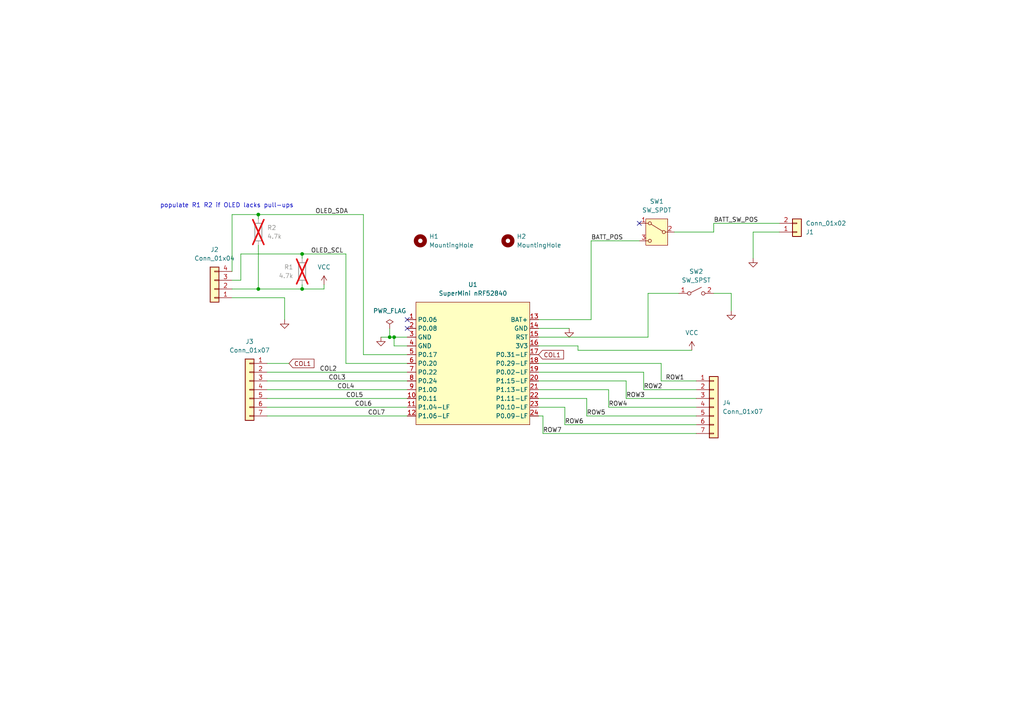
<source format=kicad_sch>
(kicad_sch (version 20231120) (generator "eeschema") (generator_version "8.0")
  (paper "A4")
  (title_block (title "Left Dactyl Manuform Wireless Supermini nRF52840 Hub") (date "2025-03-04") (rev "A") (comment 1 "Connection point for the keyboard components") (comment 2 "Mounts to case of left half of wireless dactyl manuform keyboard"))
  (lib_symbols
    (symbol "Connector_Generic:Conn_01x02" (pin_names (offset 1.016) hide)
      (property "Reference" "J1" (at 2.54 0.0001 0))
      (property "Value" "Conn_01x02" (at 2.54 -2.5399 0))
      (symbol "Conn_01x02_1_1"
        (rectangle (start -1.27 -2.413) (end 0 -2.667) (stroke (width 0.1524)))
        (rectangle (start -1.27 0.127) (end 0 -0.127) (stroke (width 0.1524)))
        (rectangle (start -1.27 1.27) (end 1.27 -3.81) (stroke (width 0.254)) (fill (type background)))
        (pin power_in line (at -5.08 0 0) (length 3.81) (name "Pin_1") (number "1"))
        (pin power_out line (at -5.08 -2.54 0) (length 3.81) (name "Pin_2") (number "2"))
      )
    )
    (symbol "Connector_Generic:Conn_01x04" (pin_names (offset 1.016) hide)
      (property "Reference" "J" (at 0 5.08 0))
      (property "Value" "Conn_01x04" (at 0 -7.62 0))
      (symbol "Conn_01x04_1_1"
        (rectangle (start -1.27 -4.953) (end 0 -5.207) (stroke (width 0.1524)))
        (rectangle (start -1.27 -2.413) (end 0 -2.667) (stroke (width 0.1524)))
        (rectangle (start -1.27 0.127) (end 0 -0.127) (stroke (width 0.1524)))
        (rectangle (start -1.27 2.667) (end 0 2.413) (stroke (width 0.1524)))
        (rectangle (start -1.27 3.81) (end 1.27 -6.35) (stroke (width 0.254)) (fill (type background)))
        (pin passive line (at -5.08 2.54 0) (length 3.81) (name "Pin_1") (number "1"))
        (pin passive line (at -5.08 0 0) (length 3.81) (name "Pin_2") (number "2"))
        (pin passive line (at -5.08 -2.54 0) (length 3.81) (name "Pin_3") (number "3"))
        (pin passive line (at -5.08 -5.08 0) (length 3.81) (name "Pin_4") (number "4"))
      )
    )
    (symbol "Connector_Generic:Conn_01x07" (pin_names (offset 1.016) hide)
      (property "Reference" "J" (at 0 10.16 0))
      (property "Value" "Conn_01x07" (at 0 -10.16 0))
      (symbol "Conn_01x07_1_1"
        (rectangle (start -1.27 -7.493) (end 0 -7.747) (stroke (width 0.1524)))
        (rectangle (start -1.27 -4.953) (end 0 -5.207) (stroke (width 0.1524)))
        (rectangle (start -1.27 -2.413) (end 0 -2.667) (stroke (width 0.1524)))
        (rectangle (start -1.27 0.127) (end 0 -0.127) (stroke (width 0.1524)))
        (rectangle (start -1.27 2.667) (end 0 2.413) (stroke (width 0.1524)))
        (rectangle (start -1.27 5.207) (end 0 4.953) (stroke (width 0.1524)))
        (rectangle (start -1.27 7.747) (end 0 7.493) (stroke (width 0.1524)))
        (rectangle (start -1.27 8.89) (end 1.27 -8.89) (stroke (width 0.254)) (fill (type background)))
        (pin passive line (at -5.08 7.62 0) (length 3.81) (name "Pin_1") (number "1"))
        (pin passive line (at -5.08 5.08 0) (length 3.81) (name "Pin_2") (number "2"))
        (pin passive line (at -5.08 2.54 0) (length 3.81) (name "Pin_3") (number "3"))
        (pin passive line (at -5.08 0 0) (length 3.81) (name "Pin_4") (number "4"))
        (pin passive line (at -5.08 -2.54 0) (length 3.81) (name "Pin_5") (number "5"))
        (pin passive line (at -5.08 -5.08 0) (length 3.81) (name "Pin_6") (number "6"))
        (pin passive line (at -5.08 -7.62 0) (length 3.81) (name "Pin_7") (number "7"))
      )
    )
    (symbol "Dactyl_SuperMini_Lib:SuperMini_nRF52840_ProMicro" (in_bom no)
      (property "Reference" "U1" (at 0 24.13 0))
      (property "Value" "SuperMini nRF52840" (at 0 21.59 0))
      (symbol "SuperMini_nRF52840_ProMicro_0_0"
        (pin bidirectional line (at -19.05 13.97 0) (length 2.54) (name "P0.06") (number "1"))
        (pin bidirectional line (at -19.05 -8.89 0) (length 2.54) (name "P0.11") (number "10"))
        (pin bidirectional line (at -19.05 -11.43 0) (length 2.54) (name "P1.04-LF") (number "11"))
        (pin bidirectional line (at -19.05 -13.97 0) (length 2.54) (name "P1.06-LF") (number "12"))
        (pin power_in line (at 19.05 11.43 180) (length 2.54) (name "GND") (number "14"))
        (pin bidirectional line (at 19.05 8.89 180) (length 2.54) (name "RST") (number "15"))
        (pin bidirectional line (at 19.05 3.81 180) (length 2.54) (name "P0.31-LF") (number "17"))
        (pin bidirectional line (at 19.05 1.27 180) (length 2.54) (name "P0.29-LF") (number "18"))
        (pin bidirectional line (at 19.05 -1.27 180) (length 2.54) (name "P0.02-LF") (number "19"))
        (pin bidirectional line (at -19.05 11.43 0) (length 2.54) (name "P0.08") (number "2"))
        (pin bidirectional line (at 19.05 -3.81 180) (length 2.54) (name "P1.15-LF") (number "20"))
        (pin bidirectional line (at 19.05 -6.35 180) (length 2.54) (name "P1.13-LF") (number "21"))
        (pin bidirectional line (at 19.05 -8.89 180) (length 2.54) (name "P1.11-LF") (number "22"))
        (pin bidirectional line (at 19.05 -13.97 180) (length 2.54) (name "P0.09-LF") (number "24"))
        (pin power_in line (at -19.05 8.89 0) (length 2.54) (name "GND") (number "3"))
        (pin power_in line (at -19.05 6.35 0) (length 2.54) (name "GND") (number "4"))
        (pin bidirectional line (at -19.05 3.81 0) (length 2.54) (name "P0.17") (number "5"))
        (pin bidirectional line (at -19.05 1.27 0) (length 2.54) (name "P0.20") (number "6"))
        (pin bidirectional line (at -19.05 -1.27 0) (length 2.54) (name "P0.22") (number "7"))
        (pin bidirectional line (at -19.05 -3.81 0) (length 2.54) (name "P0.24") (number "8"))
        (pin bidirectional line (at -19.05 -6.35 0) (length 2.54) (name "P1.00") (number "9"))
      )
      (symbol "SuperMini_nRF52840_ProMicro_1_0"
        (pin power_out line (at 19.05 13.97 180) (length 2.54) (name "BAT+") (number "13"))
        (pin power_out line (at 19.05 6.35 180) (length 2.54) (name "3V3") (number "16"))
        (pin bidirectional line (at 19.05 -11.43 180) (length 2.54) (name "P0.10-LF") (number "23"))
      )
      (symbol "SuperMini_nRF52840_ProMicro_1_1"
        (rectangle (start -16.51 19.05) (end 16.51 -16.51) (fill (type background)))
      )
    )
    (symbol "Mechanical:MountingHole" (pin_names (offset 1.016))
      (property "Reference" "H" (at 0 5.08 0))
      (property "Value" "MountingHole" (at 0 3.175 0))
      (symbol "MountingHole_0_1"
        (circle (center 0 0) (radius 1.27) (stroke (width 1.27)))
      )
    )
    (symbol "ScottoKeebs:Placeholder_Resistor" (pin_numbers hide) (pin_names (offset 0))
      (property "Reference" "R" (at 0 2.032 0))
      (property "Value" "Resistor" (at 0 -2.54 0))
      (symbol "Placeholder_Resistor_0_1"
        (rectangle (start 2.54 -1.016) (end -2.54 1.016) (stroke (width 0.254)))
      )
      (symbol "Placeholder_Resistor_1_1"
        (pin passive line (at -3.81 0 0) (length 1.27) (name "~") (number "1"))
        (pin passive line (at 3.81 0 180) (length 1.27) (name "~") (number "2"))
      )
    )
    (symbol "Switch:SW_SPDT" (pin_names (offset 0) hide)
      (property "Reference" "SW1" (at 0 8.89 0))
      (property "Value" "SW_SPDT" (at 0 6.35 0))
      (symbol "SW_SPDT_0_1"
        (circle (center -2.032 0) (radius 0.4572))
        (polyline (pts (xy -1.651 0.254) (xy 1.651 2.286)))
        (circle (center 2.032 -2.54) (radius 0.4572))
        (circle (center 2.032 2.54) (radius 0.4572))
      )
      (symbol "SW_SPDT_1_1"
        (rectangle (start -3.175 3.81) (end 3.175 -3.81) (fill (type background)))
        (pin power_out line (at 5.08 2.54 180) (length 2.54) (name "A") (number "1"))
        (pin power_in line (at -5.08 0 0) (length 2.54) (name "B") (number "2"))
        (pin passive line (at 5.08 -2.54 180) (length 2.54) (name "C") (number "3"))
      )
    )
    (symbol "Switch:SW_SPST" (pin_names (offset 0) hide)
      (property "Reference" "SW" (at 0 3.175 0))
      (property "Value" "SW_SPST" (at 0 -2.54 0))
      (symbol "SW_SPST_0_0"
        (circle (center -2.032 0) (radius 0.508))
        (polyline (pts (xy -1.524 0.254) (xy 1.524 1.778)))
        (circle (center 2.032 0) (radius 0.508))
      )
      (symbol "SW_SPST_1_1"
        (pin passive line (at -5.08 0 0) (length 2.54) (name "A") (number "1"))
        (pin passive line (at 5.08 0 180) (length 2.54) (name "B") (number "2"))
      )
    )
    (symbol "power:GND" (power) (pin_names (offset 0))
      (property "Value" "GND" (at 0 -3.81 0))
      (symbol "GND_0_1"
        (polyline (pts (xy 0 0) (xy 0 -1.27) (xy 1.27 -1.27) (xy 0 -2.54) (xy -1.27 -1.27) (xy 0 -1.27)))
      )
      (symbol "GND_1_1"
        (pin power_in line (at 0 0 270) (length 0) hide (name "GND") (number "1"))
      )
    )
    (symbol "power:PWR_FLAG" (power) (pin_numbers hide) (pin_names (offset 0) hide)
      (property "Value" "PWR_FLAG" (at 0 3.81 0))
      (symbol "PWR_FLAG_0_0"
        (pin power_out line (at 0 0 90) (length 0) (name "pwr") (number "1"))
      )
      (symbol "PWR_FLAG_0_1"
        (polyline (pts (xy 0 0) (xy 0 1.27) (xy -1.016 1.905) (xy 0 2.54) (xy 1.016 1.905) (xy 0 1.27)))
      )
    )
    (symbol "power:VCC" (power) (pin_names (offset 0))
      (property "Value" "VCC" (at 0 3.81 0))
      (symbol "VCC_0_1"
        (polyline (pts (xy -0.762 1.27) (xy 0 2.54)))
        (polyline (pts (xy 0 0) (xy 0 2.54)))
        (polyline (pts (xy 0 2.54) (xy 0.762 1.27)))
      )
      (symbol "VCC_1_1"
        (pin power_in line (at 0 0 90) (length 0) hide (name "VCC") (number "1"))
      )
    )
  )
  (junction (at 87.63 83.82))
  (junction (at 113.03 97.79))
  (junction (at 114.3 97.79))
  (junction (at 87.63 73.66))
  (junction (at 74.93 62.23))
  (junction (at 74.93 83.82))
  (no_connect (at 118.11 92.71))
  (no_connect (at 118.11 95.25))
  (no_connect (at 185.42 64.77))
  (wire (pts (xy 191.77 110.49) (xy 191.77 105.41)))
  (wire (pts (xy 157.48 120.65) (xy 156.21 120.65)))
  (wire (pts (xy 77.47 118.11) (xy 118.11 118.11)))
  (wire (pts (xy 77.47 115.57) (xy 118.11 115.57)))
  (wire (pts (xy 74.93 83.82) (xy 67.31 83.82)))
  (wire (pts (xy 218.44 67.31) (xy 218.44 74.93)))
  (wire (pts (xy 207.01 67.31) (xy 195.58 67.31)))
  (wire (pts (xy 163.83 118.11) (xy 156.21 118.11)))
  (wire (pts (xy 157.48 125.73) (xy 201.93 125.73)))
  (wire (pts (xy 163.83 123.19) (xy 163.83 118.11)))
  (wire (pts (xy 67.31 86.36) (xy 82.55 86.36)))
  (wire (pts (xy 114.3 97.79) (xy 118.11 97.79)))
  (wire (pts (xy 186.69 107.95) (xy 156.21 107.95)))
  (wire (pts (xy 77.47 107.95) (xy 118.11 107.95)))
  (wire (pts (xy 176.53 118.11) (xy 176.53 113.03)))
  (wire (pts (xy 113.03 95.25) (xy 113.03 97.79)))
  (wire (pts (xy 113.03 97.79) (xy 114.3 97.79)))
  (wire (pts (xy 181.61 110.49) (xy 156.21 110.49)))
  (wire (pts (xy 74.93 83.82) (xy 87.63 83.82)))
  (wire (pts (xy 87.63 73.66) (xy 87.63 74.93)))
  (wire (pts (xy 156.21 95.25) (xy 165.1 95.25)))
  (wire (pts (xy 74.93 62.23) (xy 105.41 62.23)))
  (wire (pts (xy 171.45 92.71) (xy 156.21 92.71)))
  (wire (pts (xy 105.41 62.23) (xy 105.41 102.87)))
  (wire (pts (xy 170.18 115.57) (xy 156.21 115.57)))
  (wire (pts (xy 167.64 101.6) (xy 200.66 101.6)))
  (wire (pts (xy 69.85 73.66) (xy 87.63 73.66)))
  (wire (pts (xy 167.64 100.33) (xy 167.64 101.6)))
  (wire (pts (xy 170.18 120.65) (xy 201.93 120.65)))
  (wire (pts (xy 176.53 113.03) (xy 156.21 113.03)))
  (wire (pts (xy 87.63 73.66) (xy 100.33 73.66)))
  (wire (pts (xy 93.98 83.82) (xy 93.98 82.55)))
  (wire (pts (xy 176.53 118.11) (xy 201.93 118.11)))
  (wire (pts (xy 69.85 81.28) (xy 67.31 81.28)))
  (wire (pts (xy 187.96 85.09) (xy 187.96 97.79)))
  (wire (pts (xy 156.21 100.33) (xy 167.64 100.33)))
  (wire (pts (xy 110.49 97.79) (xy 113.03 97.79)))
  (wire (pts (xy 212.09 85.09) (xy 212.09 90.17)))
  (wire (pts (xy 181.61 115.57) (xy 181.61 110.49)))
  (wire (pts (xy 171.45 69.85) (xy 185.42 69.85)))
  (wire (pts (xy 170.18 120.65) (xy 170.18 115.57)))
  (wire (pts (xy 114.3 100.33) (xy 118.11 100.33)))
  (wire (pts (xy 171.45 69.85) (xy 171.45 92.71)))
  (wire (pts (xy 87.63 82.55) (xy 87.63 83.82)))
  (wire (pts (xy 74.93 71.12) (xy 74.93 83.82)))
  (wire (pts (xy 156.21 97.79) (xy 187.96 97.79)))
  (wire (pts (xy 77.47 110.49) (xy 118.11 110.49)))
  (wire (pts (xy 100.33 105.41) (xy 118.11 105.41)))
  (wire (pts (xy 186.69 113.03) (xy 186.69 107.95)))
  (wire (pts (xy 77.47 120.65) (xy 118.11 120.65)))
  (wire (pts (xy 207.01 64.77) (xy 226.06 64.77)))
  (wire (pts (xy 67.31 62.23) (xy 74.93 62.23)))
  (wire (pts (xy 226.06 67.31) (xy 218.44 67.31)))
  (wire (pts (xy 191.77 110.49) (xy 201.93 110.49)))
  (wire (pts (xy 77.47 113.03) (xy 118.11 113.03)))
  (wire (pts (xy 67.31 62.23) (xy 67.31 78.74)))
  (wire (pts (xy 207.01 85.09) (xy 212.09 85.09)))
  (wire (pts (xy 74.93 62.23) (xy 74.93 63.5)))
  (wire (pts (xy 87.63 83.82) (xy 93.98 83.82)))
  (wire (pts (xy 186.69 113.03) (xy 201.93 113.03)))
  (wire (pts (xy 82.55 86.36) (xy 82.55 92.71)))
  (wire (pts (xy 191.77 105.41) (xy 156.21 105.41)))
  (wire (pts (xy 207.01 67.31) (xy 207.01 64.77)))
  (wire (pts (xy 69.85 73.66) (xy 69.85 81.28)))
  (wire (pts (xy 157.48 125.73) (xy 157.48 120.65)))
  (wire (pts (xy 163.83 123.19) (xy 201.93 123.19)))
  (wire (pts (xy 100.33 73.66) (xy 100.33 105.41)))
  (wire (pts (xy 77.47 105.41) (xy 83.82 105.41)))
  (wire (pts (xy 181.61 115.57) (xy 201.93 115.57)))
  (wire (pts (xy 187.96 85.09) (xy 196.85 85.09)))
  (wire (pts (xy 114.3 97.79) (xy 114.3 100.33)))
  (wire (pts (xy 105.41 102.87) (xy 118.11 102.87)))
  (text "populate R1 R2 if OLED lacks pull-ups" (at 65.786 59.69 0) (effects (font (size 1.27 1.27))))
  (label "ROW7" (at 157.48 125.73 0))
  (label "COL6" (at 102.87 118.11 0))
  (label "BATT_POS" (at 171.45 69.85 0))
  (label "ROW1" (at 193.04 110.49 0))
  (label "ROW3" (at 181.61 115.57 0))
  (label "COL2" (at 92.71 107.95 0))
  (label "COL3" (at 95.25 110.49 0))
  (label "BATT_SW_POS" (at 207.01 64.77 0))
  (label "OLED_SDA" (at 91.44 62.23 0))
  (label "ROW6" (at 163.83 123.19 0))
  (label "OLED_SCL" (at 90.17 73.66 0))
  (label "COL4" (at 97.79 113.03 0))
  (label "ROW5" (at 170.18 120.65 0))
  (label "COL5" (at 100.33 115.57 0))
  (label "COL7" (at 106.68 120.65 0))
  (label "ROW2" (at 186.69 113.03 0))
  (label "ROW4" (at 176.53 118.11 0))
  (global_label "COL1" (shape input) (at 83.82 105.41 0) (property "Intersheetrefs" "${INTERSHEET_REFS}" (effects (hide yes))))
  (global_label "COL1" (shape input) (at 156.21 102.87 0) (property "Intersheetrefs" "${INTERSHEET_REFS}" (effects (hide yes))))
  (symbol (lib_id "Connector_Generic:Conn_01x02") (at 231.14 67.31 0) (mirror x) (unit 1)
    (property "Reference" "J1" (at 233.68 67.3101 0) (effects (justify left)))
    (property "Value" "Conn_01x02" (at 233.68 64.7701 0) (effects (justify left)))
    (property "Footprint" "Connector_JST:JST_PH_S2B-PH-K_1x02_P2.00mm_Horizontal" (effects (hide yes)))
    (property "Description" "Generic connector, single row, 01x02, script generated (kicad-library-utils/schlib/autogen/connector/)" (effects (hide yes)))
  )
  (symbol (lib_id "power:GND") (at 165.1 95.25 0) (unit 1)
    (property "Reference" "#PWR07" (effects (hide yes)))
    (property "Value" "GND" (effects (hide yes)))
    (property "Description" "Power symbol creates a global label with name \"GND\" , ground" (effects (hide yes)))
  )
  (symbol (lib_id "Connector_Generic:Conn_01x04") (at 62.23 83.82 180) (unit 1)
    (property "Reference" "J2" (at 62.23 72.39 0))
    (property "Value" "Conn_01x04" (at 62.23 74.93 0))
    (property "Footprint" "Connector_JST:JST_PH_S4B-PH-K_1x04_P2.00mm_Horizontal" (effects (hide yes)))
    (property "Description" "Generic connector, single row, 01x04, script generated (kicad-library-utils/schlib/autogen/connector/)" (effects (hide yes)))
  )
  (symbol (lib_id "power:GND") (at 82.55 92.71 0) (unit 1)
    (property "Reference" "#PWR03" (effects (hide yes)))
    (property "Value" "GND" (effects (hide yes)))
    (property "Description" "Power symbol creates a global label with name \"GND\" , ground" (effects (hide yes)))
  )
  (symbol (lib_id "power:GND") (at 218.44 74.93 0) (mirror y) (unit 1)
    (property "Reference" "#PWR02" (effects (hide yes)))
    (property "Value" "GND" (effects (hide yes)))
    (property "Description" "Power symbol creates a global label with name \"GND\" , ground" (effects (hide yes)))
  )
  (symbol (lib_id "Connector_Generic:Conn_01x07") (at 207.01 118.11 0) (unit 1)
    (property "Reference" "J4" (at 209.55 116.8399 0) (effects (justify left)))
    (property "Value" "Conn_01x07" (at 209.55 119.3799 0) (effects (justify left)))
    (property "Footprint" "Connector_PinHeader_2.54mm:PinHeader_1x07_P2.54mm_Vertical" (effects (hide yes)))
    (property "Description" "Generic connector, single row, 01x07, script generated (kicad-library-utils/schlib/autogen/connector/)" (effects (hide yes)))
  )
  (symbol (lib_id "Mechanical:MountingHole") (at 147.32 69.85 0) (unit 1)
    (property "Reference" "H2" (at 149.86 68.5799 0) (effects (justify left)))
    (property "Value" "MountingHole" (at 149.86 71.1199 0) (effects (justify left)))
    (property "Footprint" "mounting-hole:M1.4_tapping_Hole_JLC" (effects (hide yes)))
    (property "Description" "Mounting Hole without connection" (effects (hide yes)))
  )
  (symbol (lib_id "Connector_Generic:Conn_01x07") (at 72.39 113.03 0) (mirror y) (unit 1)
    (property "Reference" "J3" (at 72.39 99.06 0))
    (property "Value" "Conn_01x07" (at 72.39 101.6 0))
    (property "Footprint" "Connector_PinHeader_2.54mm:PinHeader_1x07_P2.54mm_Vertical" (effects (hide yes)))
    (property "Description" "Generic connector, single row, 01x07, script generated (kicad-library-utils/schlib/autogen/connector/)" (effects (hide yes)))
  )
  (symbol (lib_id "Switch:SW_SPST") (at 201.93 85.09 0) (unit 1)
    (property "Reference" "SW2" (at 201.93 78.74 0))
    (property "Value" "SW_SPST" (at 201.93 81.28 0))
    (property "Footprint" "PCM_marbastlib-various:SW_SKHLLCA010" (effects (hide yes)))
    (property "Description" "Single Pole Single Throw (SPST) switch" (effects (hide yes)))
  )
  (symbol (lib_id "Mechanical:MountingHole") (at 121.92 69.85 0) (unit 1)
    (property "Reference" "H1" (at 124.46 68.5799 0) (effects (justify left)))
    (property "Value" "MountingHole" (at 124.46 71.1199 0) (effects (justify left)))
    (property "Footprint" "mounting-hole:M1.4_tapping_Hole_JLC" (effects (hide yes)))
    (property "Description" "Mounting Hole without connection" (effects (hide yes)))
  )
  (symbol (lib_id "Dactyl_SuperMini_Lib:SuperMini_nRF52840_ProMicro") (at 137.16 106.68 0) (unit 1) (in_bom no)
    (property "Reference" "U1" (at 137.16 82.55 0))
    (property "Value" "SuperMini nRF52840" (at 137.16 85.09 0))
    (property "Footprint" "PCM_marbastlib-xp-promicroish:SuperMini_nRF52840_H_USBup" (effects (hide yes)))
    (property "Datasheet" "https://wiki.icbbuy.com/doku.php?id=developmentboard:nrf52840" (effects (hide yes)))
    (property "Description" "Symbol for Supermini nRF52840 with only pro micro compatible pins" (effects (hide yes)))
  )
  (symbol (lib_id "power:GND") (at 212.09 90.17 0) (unit 1)
    (property "Reference" "#PWR01" (effects (hide yes)))
    (property "Value" "GND" (effects (hide yes)))
    (property "Description" "Power symbol creates a global label with name \"GND\" , ground" (effects (hide yes)))
  )
  (symbol (lib_id "power:GND") (at 110.49 97.79 0) (unit 1)
    (property "Reference" "#PWR05" (effects (hide yes)))
    (property "Value" "GND" (effects (hide yes)))
    (property "Description" "Power symbol creates a global label with name \"GND\" , ground" (effects (hide yes)))
  )
  (symbol (lib_id "power:VCC") (at 93.98 82.55 0) (unit 1)
    (property "Reference" "#PWR04" (effects (hide yes)))
    (property "Value" "VCC" (at 93.98 77.47 0))
    (property "Description" "Power symbol creates a global label with name \"VCC\"" (effects (hide yes)))
  )
  (symbol (lib_id "power:VCC") (at 200.66 101.6 0) (unit 1)
    (property "Reference" "#PWR08" (effects (hide yes)))
    (property "Value" "VCC" (at 200.66 96.52 0))
    (property "Description" "Power symbol creates a global label with name \"VCC\"" (effects (hide yes)))
  )
  (symbol (lib_id "ScottoKeebs:Placeholder_Resistor") (at 87.63 78.74 270) (mirror x) (unit 1) (dnp yes)
    (property "Reference" "R1" (at 85.09 77.4699 90) (effects (justify right)))
    (property "Value" "4.7k" (at 85.09 80.0099 90) (effects (justify right)))
    (property "Footprint" "Resistor_SMD:R_0805_2012Metric" (effects (hide yes)))
    (property "Description" "Resistor" (effects (hide yes)))
  )
  (symbol (lib_id "Switch:SW_SPDT") (at 190.5 67.31 0) (mirror y) (unit 1)
    (property "Reference" "SW1" (at 190.5 58.42 0))
    (property "Value" "SW_SPDT" (at 190.5 60.96 0))
    (property "Footprint" "SLW_864574_5A_RA_N_D:SW_SLW-864574-5A-RA-N-D" (effects (hide yes)))
    (property "Description" "Switch, single pole double throw" (effects (hide yes)))
  )
  (symbol (lib_id "ScottoKeebs:Placeholder_Resistor") (at 74.93 67.31 90) (unit 1) (dnp yes)
    (property "Reference" "R2" (at 77.47 66.0399 90) (effects (justify right)))
    (property "Value" "4.7k" (at 77.47 68.5799 90) (effects (justify right)))
    (property "Footprint" "Resistor_SMD:R_0805_2012Metric" (effects (hide yes)))
    (property "Description" "Resistor" (effects (hide yes)))
  )
  (symbol (lib_id "power:PWR_FLAG") (at 113.03 95.25 0) (unit 1)
    (property "Reference" "#FLG02" (effects (hide yes)))
    (property "Value" "PWR_FLAG" (at 113.03 90.17 0))
    (property "Description" "Special symbol for telling ERC where power comes from" (effects (hide yes)))
  )
)
</source>
